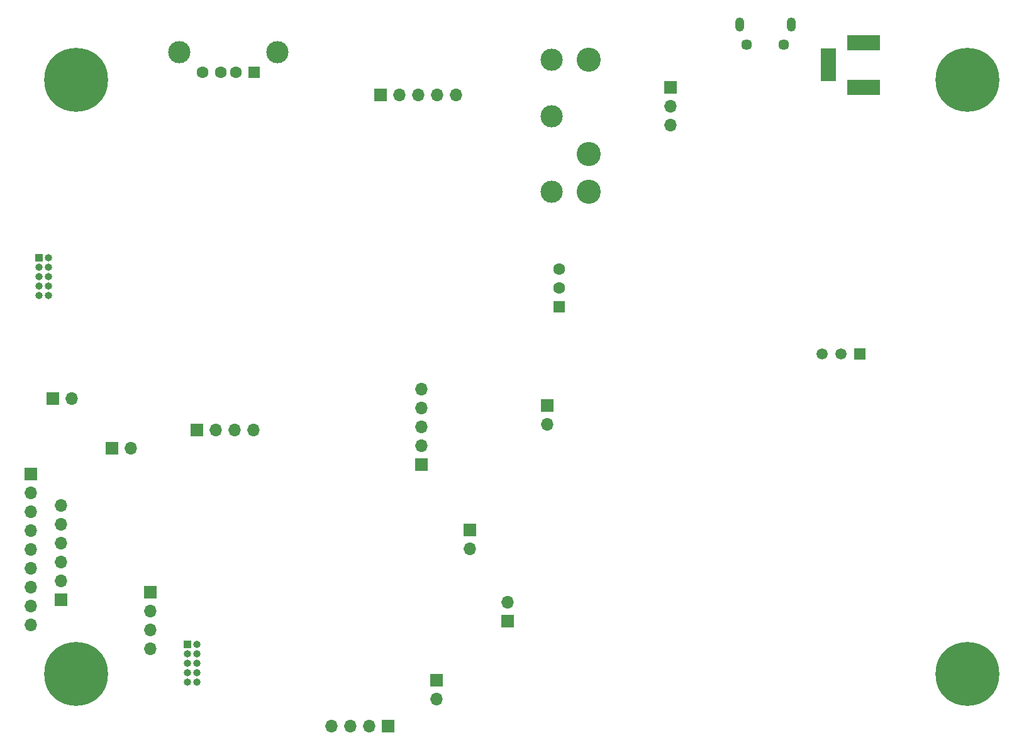
<source format=gbr>
%TF.GenerationSoftware,KiCad,Pcbnew,5.1.9*%
%TF.CreationDate,2021-03-19T17:19:50-04:00*%
%TF.ProjectId,digidraw,64696769-6472-4617-972e-6b696361645f,rev?*%
%TF.SameCoordinates,Original*%
%TF.FileFunction,Soldermask,Bot*%
%TF.FilePolarity,Negative*%
%FSLAX46Y46*%
G04 Gerber Fmt 4.6, Leading zero omitted, Abs format (unit mm)*
G04 Created by KiCad (PCBNEW 5.1.9) date 2021-03-19 17:19:50*
%MOMM*%
%LPD*%
G01*
G04 APERTURE LIST*
%ADD10O,1.700000X1.700000*%
%ADD11R,1.700000X1.700000*%
%ADD12O,1.000000X1.000000*%
%ADD13R,1.000000X1.000000*%
%ADD14C,1.508000*%
%ADD15R,1.508000X1.508000*%
%ADD16C,0.900000*%
%ADD17C,8.600000*%
%ADD18C,1.599999*%
%ADD19R,1.599999X1.599999*%
%ADD20C,3.250000*%
%ADD21C,3.000000*%
%ADD22C,1.450000*%
%ADD23O,1.200000X1.900000*%
%ADD24R,2.000000X4.500000*%
%ADD25R,4.500000X2.000000*%
%ADD26C,1.600000*%
%ADD27R,1.600000X1.500000*%
G04 APERTURE END LIST*
D10*
%TO.C,J19*%
X127100000Y-144360000D03*
D11*
X127100000Y-146900000D03*
%TD*%
D10*
%TO.C,J18*%
X132400000Y-120440000D03*
D11*
X132400000Y-117900000D03*
%TD*%
D10*
%TO.C,J17*%
X76340000Y-123600000D03*
D11*
X73800000Y-123600000D03*
%TD*%
D10*
%TO.C,J16*%
X68440000Y-116900000D03*
D11*
X65900000Y-116900000D03*
%TD*%
D10*
%TO.C,J15*%
X122000000Y-137140000D03*
D11*
X122000000Y-134600000D03*
%TD*%
D10*
%TO.C,J14*%
X117500000Y-157440000D03*
D11*
X117500000Y-154900000D03*
%TD*%
D12*
%TO.C,J11*%
X65270000Y-103080000D03*
X64000000Y-103080000D03*
X65270000Y-101810000D03*
X64000000Y-101810000D03*
X65270000Y-100540000D03*
X64000000Y-100540000D03*
X65270000Y-99270000D03*
X64000000Y-99270000D03*
X65270000Y-98000000D03*
D13*
X64000000Y-98000000D03*
%TD*%
D12*
%TO.C,J3*%
X85270000Y-155080000D03*
X84000000Y-155080000D03*
X85270000Y-153810000D03*
X84000000Y-153810000D03*
X85270000Y-152540000D03*
X84000000Y-152540000D03*
X85270000Y-151270000D03*
X84000000Y-151270000D03*
X85270000Y-150000000D03*
D13*
X84000000Y-150000000D03*
%TD*%
D14*
%TO.C,U2*%
X169460000Y-110900000D03*
X172000000Y-110900000D03*
D15*
X174540000Y-110900000D03*
%TD*%
D10*
%TO.C,J8*%
X79000000Y-150620000D03*
X79000000Y-148080000D03*
X79000000Y-145540000D03*
D11*
X79000000Y-143000000D03*
%TD*%
D10*
%TO.C,J9*%
X120160000Y-76000000D03*
X117620000Y-76000000D03*
X115080000Y-76000000D03*
X112540000Y-76000000D03*
D11*
X110000000Y-76000000D03*
%TD*%
D16*
%TO.C,H4*%
X191280419Y-151719581D03*
X189000000Y-150775000D03*
X186719581Y-151719581D03*
X185775000Y-154000000D03*
X186719581Y-156280419D03*
X189000000Y-157225000D03*
X191280419Y-156280419D03*
X192225000Y-154000000D03*
D17*
X189000000Y-154000000D03*
%TD*%
D16*
%TO.C,H3*%
X71280419Y-151719581D03*
X69000000Y-150775000D03*
X66719581Y-151719581D03*
X65775000Y-154000000D03*
X66719581Y-156280419D03*
X69000000Y-157225000D03*
X71280419Y-156280419D03*
X72225000Y-154000000D03*
D17*
X69000000Y-154000000D03*
%TD*%
D16*
%TO.C,H2*%
X71280419Y-71719581D03*
X69000000Y-70775000D03*
X66719581Y-71719581D03*
X65775000Y-74000000D03*
X66719581Y-76280419D03*
X69000000Y-77225000D03*
X71280419Y-76280419D03*
X72225000Y-74000000D03*
D17*
X69000000Y-74000000D03*
%TD*%
D16*
%TO.C,H1*%
X191280419Y-71719581D03*
X189000000Y-70775000D03*
X186719581Y-71719581D03*
X185775000Y-74000000D03*
X186719581Y-76280419D03*
X189000000Y-77225000D03*
X191280419Y-76280419D03*
X192225000Y-74000000D03*
D17*
X189000000Y-74000000D03*
%TD*%
D10*
%TO.C,J7*%
X62900000Y-147420000D03*
X62900000Y-144880000D03*
X62900000Y-142340000D03*
X62900000Y-139800000D03*
X62900000Y-137260000D03*
X62900000Y-134720000D03*
X62900000Y-132180000D03*
X62900000Y-129640000D03*
D11*
X62900000Y-127100000D03*
%TD*%
D18*
%TO.C,U8*%
X134000000Y-99460000D03*
X134000000Y-102000000D03*
D19*
X134000000Y-104540000D03*
%TD*%
D10*
%TO.C,J13*%
X92920000Y-121200000D03*
X90380000Y-121200000D03*
X87840000Y-121200000D03*
D11*
X85300000Y-121200000D03*
%TD*%
D10*
%TO.C,J12*%
X149000000Y-80080000D03*
X149000000Y-77540000D03*
D11*
X149000000Y-75000000D03*
%TD*%
D10*
%TO.C,J6*%
X103380000Y-161000000D03*
X105920000Y-161000000D03*
X108460000Y-161000000D03*
D11*
X111000000Y-161000000D03*
%TD*%
D10*
%TO.C,J5*%
X115500000Y-115680000D03*
X115500000Y-118220000D03*
X115500000Y-120760000D03*
X115500000Y-123300000D03*
D11*
X115500000Y-125840000D03*
%TD*%
D10*
%TO.C,J4*%
X67000000Y-131300000D03*
X67000000Y-133840000D03*
X67000000Y-136380000D03*
X67000000Y-138920000D03*
X67000000Y-141460000D03*
D11*
X67000000Y-144000000D03*
%TD*%
D20*
%TO.C,CON1*%
X138000000Y-89080000D03*
X138000000Y-71300000D03*
D21*
X133045000Y-71300000D03*
X133045000Y-78920000D03*
X133045000Y-89080000D03*
D20*
X138000000Y-84000000D03*
%TD*%
D22*
%TO.C,J1*%
X164300000Y-69262500D03*
X159300000Y-69262500D03*
D23*
X165300000Y-66562500D03*
X158300000Y-66562500D03*
%TD*%
D24*
%TO.C,J2*%
X170300000Y-72000000D03*
D25*
X175000000Y-75000000D03*
X175000000Y-69000000D03*
%TD*%
D26*
%TO.C,J10*%
X86000000Y-73000000D03*
X88500000Y-73000000D03*
X90500000Y-73000000D03*
D27*
X93000000Y-73000000D03*
D21*
X82930000Y-70290000D03*
X96070000Y-70290000D03*
%TD*%
M02*

</source>
